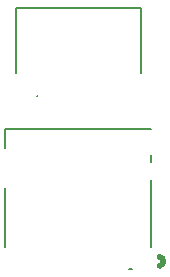
<source format=gbr>
%TF.GenerationSoftware,KiCad,Pcbnew,(6.0.7)*%
%TF.CreationDate,2023-02-25T23:23:10-06:00*%
%TF.ProjectId,SDCardToFFC,53444361-7264-4546-9f46-46432e6b6963,rev?*%
%TF.SameCoordinates,Original*%
%TF.FileFunction,Legend,Top*%
%TF.FilePolarity,Positive*%
%FSLAX46Y46*%
G04 Gerber Fmt 4.6, Leading zero omitted, Abs format (unit mm)*
G04 Created by KiCad (PCBNEW (6.0.7)) date 2023-02-25 23:23:10*
%MOMM*%
%LPD*%
G01*
G04 APERTURE LIST*
%ADD10C,0.508000*%
%ADD11C,0.152400*%
%ADD12C,0.200000*%
%ADD13C,0.100000*%
G04 APERTURE END LIST*
D10*
%TO.C,J2*%
X146913599Y-94170701D02*
G75*
G03*
X146584840Y-93793299I-380999J1D01*
G01*
D11*
X143964452Y-94856300D02*
X144255000Y-94856300D01*
X145897600Y-92936261D02*
X145897600Y-87295541D01*
X145897600Y-82943700D02*
X133502400Y-82943700D01*
X133502400Y-82943700D02*
X133502400Y-84586260D01*
D10*
X146584840Y-94548102D02*
G75*
G03*
X146913600Y-94170701I-52240J377402D01*
G01*
D11*
X133502400Y-87945542D02*
X133502400Y-92936261D01*
X145897600Y-85791861D02*
X145897600Y-85202730D01*
D12*
%TO.C,J1*%
X134400000Y-78200000D02*
X134400000Y-72700000D01*
X134400000Y-72700000D02*
X145000000Y-72700000D01*
X145000000Y-72700000D02*
X145000000Y-78200000D01*
D13*
X136200000Y-80200000D02*
X136200000Y-80200000D01*
X136200000Y-80100000D02*
X136200000Y-80100000D01*
X136200000Y-80200000D02*
G75*
G03*
X136200000Y-80100000I0J50000D01*
G01*
X136200000Y-80100000D02*
G75*
G03*
X136200000Y-80200000I0J-50000D01*
G01*
%TD*%
M02*

</source>
